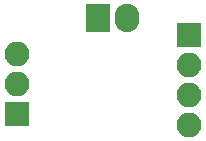
<source format=gbr>
G04 #@! TF.GenerationSoftware,KiCad,Pcbnew,6.0.0-rc1-unknown-da35b16~65~ubuntu18.04.1*
G04 #@! TF.CreationDate,2018-07-20T19:33:13-07:00*
G04 #@! TF.ProjectId,ZProbe,5A50726F62652E6B696361645F706362,rev?*
G04 #@! TF.SameCoordinates,Original*
G04 #@! TF.FileFunction,Soldermask,Bot*
G04 #@! TF.FilePolarity,Negative*
%FSLAX46Y46*%
G04 Gerber Fmt 4.6, Leading zero omitted, Abs format (unit mm)*
G04 Created by KiCad (PCBNEW 6.0.0-rc1-unknown-da35b16~65~ubuntu18.04.1) date Fri Jul 20 19:33:13 2018*
%MOMM*%
%LPD*%
G01*
G04 APERTURE LIST*
%ADD10R,2.100000X2.400000*%
%ADD11O,2.100000X2.400000*%
%ADD12R,2.100000X2.100000*%
%ADD13O,2.100000X2.100000*%
G04 APERTURE END LIST*
D10*
G04 #@! TO.C,J2*
X96300000Y-48500000D03*
D11*
X98800000Y-48500000D03*
G04 #@! TD*
D12*
G04 #@! TO.C,J1*
X89500000Y-56640000D03*
D13*
X89500000Y-54100000D03*
X89500000Y-51560000D03*
G04 #@! TD*
D12*
G04 #@! TO.C,J3*
X104000000Y-50000000D03*
D13*
X104000000Y-52540000D03*
X104000000Y-55080000D03*
X104000000Y-57620000D03*
G04 #@! TD*
M02*

</source>
